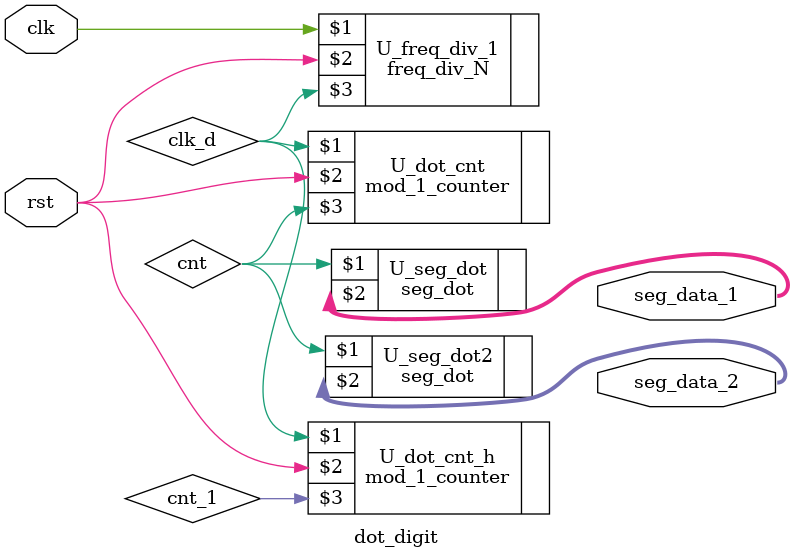
<source format=v>
module dot_digit(clk, rst, seg_data_1, seg_data_2);
input clk, rst;
output [7:0] seg_data_1, seg_data_2;
wire cnt, cnt1, clk_d;

freq_div_N #(500) U_freq_div_1 (clk, rst, clk_d);
mod_1_counter U_dot_cnt (clk_d, rst, cnt);
mod_1_counter U_dot_cnt_h (clk_d, rst, cnt_1);
seg_dot U_seg_dot (cnt, seg_data_1);
seg_dot U_seg_dot2 (cnt, seg_data_2);

endmodule

</source>
